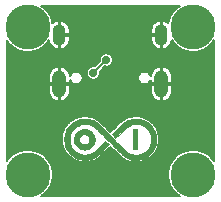
<source format=gbr>
%TF.GenerationSoftware,KiCad,Pcbnew,(5.1.10)-1*%
%TF.CreationDate,2021-07-01T01:20:01+08:00*%
%TF.ProjectId,u1,75312e6b-6963-4616-945f-706362585858,rev?*%
%TF.SameCoordinates,Original*%
%TF.FileFunction,Copper,L2,Bot*%
%TF.FilePolarity,Positive*%
%FSLAX46Y46*%
G04 Gerber Fmt 4.6, Leading zero omitted, Abs format (unit mm)*
G04 Created by KiCad (PCBNEW (5.1.10)-1) date 2021-07-01 01:20:01*
%MOMM*%
%LPD*%
G01*
G04 APERTURE LIST*
%TA.AperFunction,EtchedComponent*%
%ADD10C,0.010000*%
%TD*%
%TA.AperFunction,EtchedComponent*%
%ADD11C,0.100000*%
%TD*%
%TA.AperFunction,ComponentPad*%
%ADD12O,1.200000X2.300000*%
%TD*%
%TA.AperFunction,ComponentPad*%
%ADD13O,1.100000X1.800000*%
%TD*%
%TA.AperFunction,ComponentPad*%
%ADD14C,3.800000*%
%TD*%
%TA.AperFunction,ViaPad*%
%ADD15C,0.700000*%
%TD*%
%TA.AperFunction,Conductor*%
%ADD16C,0.200000*%
%TD*%
%TA.AperFunction,Conductor*%
%ADD17C,0.127000*%
%TD*%
%TA.AperFunction,Conductor*%
%ADD18C,0.100000*%
%TD*%
G04 APERTURE END LIST*
D10*
%TO.C,G\u002A\u002A\u002A*%
G36*
X106725344Y-100637122D02*
G01*
X106623673Y-100649320D01*
X106526958Y-100675134D01*
X106431137Y-100714291D01*
X106306755Y-100784833D01*
X106197823Y-100872105D01*
X106105448Y-100974813D01*
X106030739Y-101091660D01*
X105974802Y-101221351D01*
X105961481Y-101263838D01*
X105942931Y-101354400D01*
X105934132Y-101457180D01*
X105935086Y-101563464D01*
X105945791Y-101664540D01*
X105961481Y-101736161D01*
X106010392Y-101866124D01*
X106078386Y-101985340D01*
X106163432Y-102091888D01*
X106263501Y-102183843D01*
X106376562Y-102259282D01*
X106500585Y-102316282D01*
X106606598Y-102347372D01*
X106678517Y-102358489D01*
X106762949Y-102363898D01*
X106850644Y-102363563D01*
X106932358Y-102357450D01*
X106985319Y-102348797D01*
X107115786Y-102308520D01*
X107237617Y-102248220D01*
X107348594Y-102170021D01*
X107446502Y-102076043D01*
X107529125Y-101968410D01*
X107594247Y-101849244D01*
X107639122Y-101722674D01*
X107656134Y-101631464D01*
X107663530Y-101528514D01*
X107662930Y-101500000D01*
X107227773Y-101500000D01*
X107226906Y-101555525D01*
X107223312Y-101596127D01*
X107215505Y-101629939D01*
X107201997Y-101665096D01*
X107194590Y-101681522D01*
X107147699Y-101758236D01*
X107083994Y-101826388D01*
X107008721Y-101881583D01*
X106927124Y-101919427D01*
X106901793Y-101926842D01*
X106867692Y-101931923D01*
X106821001Y-101934541D01*
X106774563Y-101934202D01*
X106723853Y-101930007D01*
X106680964Y-101920448D01*
X106635286Y-101902646D01*
X106604892Y-101888181D01*
X106521677Y-101835598D01*
X106455714Y-101770545D01*
X106406993Y-101695890D01*
X106375507Y-101614502D01*
X106361245Y-101529249D01*
X106364201Y-101442999D01*
X106384364Y-101358621D01*
X106421726Y-101278983D01*
X106476278Y-101206954D01*
X106548012Y-101145402D01*
X106607269Y-101110663D01*
X106651839Y-101089488D01*
X106686332Y-101076578D01*
X106719666Y-101069928D01*
X106760757Y-101067531D01*
X106800032Y-101067314D01*
X106855710Y-101068565D01*
X106896821Y-101073009D01*
X106931827Y-101082187D01*
X106969193Y-101097640D01*
X106970917Y-101098439D01*
X107046852Y-101144113D01*
X107115528Y-101205090D01*
X107170826Y-101275347D01*
X107194590Y-101318478D01*
X107210820Y-101356483D01*
X107220750Y-101389860D01*
X107225866Y-101426741D01*
X107227656Y-101475261D01*
X107227773Y-101500000D01*
X107662930Y-101500000D01*
X107661309Y-101423073D01*
X107649473Y-101324395D01*
X107639122Y-101277326D01*
X107600148Y-101162022D01*
X107546305Y-101058066D01*
X107474586Y-100960355D01*
X107412849Y-100893655D01*
X107314307Y-100804909D01*
X107215720Y-100736988D01*
X107112873Y-100688006D01*
X107001554Y-100656078D01*
X106877549Y-100639317D01*
X106839729Y-100637073D01*
X106725344Y-100637122D01*
G37*
X106725344Y-100637122D02*
X106623673Y-100649320D01*
X106526958Y-100675134D01*
X106431137Y-100714291D01*
X106306755Y-100784833D01*
X106197823Y-100872105D01*
X106105448Y-100974813D01*
X106030739Y-101091660D01*
X105974802Y-101221351D01*
X105961481Y-101263838D01*
X105942931Y-101354400D01*
X105934132Y-101457180D01*
X105935086Y-101563464D01*
X105945791Y-101664540D01*
X105961481Y-101736161D01*
X106010392Y-101866124D01*
X106078386Y-101985340D01*
X106163432Y-102091888D01*
X106263501Y-102183843D01*
X106376562Y-102259282D01*
X106500585Y-102316282D01*
X106606598Y-102347372D01*
X106678517Y-102358489D01*
X106762949Y-102363898D01*
X106850644Y-102363563D01*
X106932358Y-102357450D01*
X106985319Y-102348797D01*
X107115786Y-102308520D01*
X107237617Y-102248220D01*
X107348594Y-102170021D01*
X107446502Y-102076043D01*
X107529125Y-101968410D01*
X107594247Y-101849244D01*
X107639122Y-101722674D01*
X107656134Y-101631464D01*
X107663530Y-101528514D01*
X107662930Y-101500000D01*
X107227773Y-101500000D01*
X107226906Y-101555525D01*
X107223312Y-101596127D01*
X107215505Y-101629939D01*
X107201997Y-101665096D01*
X107194590Y-101681522D01*
X107147699Y-101758236D01*
X107083994Y-101826388D01*
X107008721Y-101881583D01*
X106927124Y-101919427D01*
X106901793Y-101926842D01*
X106867692Y-101931923D01*
X106821001Y-101934541D01*
X106774563Y-101934202D01*
X106723853Y-101930007D01*
X106680964Y-101920448D01*
X106635286Y-101902646D01*
X106604892Y-101888181D01*
X106521677Y-101835598D01*
X106455714Y-101770545D01*
X106406993Y-101695890D01*
X106375507Y-101614502D01*
X106361245Y-101529249D01*
X106364201Y-101442999D01*
X106384364Y-101358621D01*
X106421726Y-101278983D01*
X106476278Y-101206954D01*
X106548012Y-101145402D01*
X106607269Y-101110663D01*
X106651839Y-101089488D01*
X106686332Y-101076578D01*
X106719666Y-101069928D01*
X106760757Y-101067531D01*
X106800032Y-101067314D01*
X106855710Y-101068565D01*
X106896821Y-101073009D01*
X106931827Y-101082187D01*
X106969193Y-101097640D01*
X106970917Y-101098439D01*
X107046852Y-101144113D01*
X107115528Y-101205090D01*
X107170826Y-101275347D01*
X107194590Y-101318478D01*
X107210820Y-101356483D01*
X107220750Y-101389860D01*
X107225866Y-101426741D01*
X107227656Y-101475261D01*
X107227773Y-101500000D01*
X107662930Y-101500000D01*
X107661309Y-101423073D01*
X107649473Y-101324395D01*
X107639122Y-101277326D01*
X107600148Y-101162022D01*
X107546305Y-101058066D01*
X107474586Y-100960355D01*
X107412849Y-100893655D01*
X107314307Y-100804909D01*
X107215720Y-100736988D01*
X107112873Y-100688006D01*
X107001554Y-100656078D01*
X106877549Y-100639317D01*
X106839729Y-100637073D01*
X106725344Y-100637122D01*
G36*
X111011067Y-99766681D02*
G01*
X110826497Y-99792614D01*
X110648454Y-99835541D01*
X110481125Y-99894248D01*
X110339273Y-99961679D01*
X110292174Y-99987874D01*
X110248848Y-100013327D01*
X110207549Y-100039538D01*
X110166531Y-100068010D01*
X110124049Y-100100244D01*
X110078357Y-100137742D01*
X110027709Y-100182006D01*
X109970360Y-100234537D01*
X109904564Y-100296838D01*
X109828576Y-100370410D01*
X109740649Y-100456754D01*
X109639039Y-100557372D01*
X109588819Y-100607277D01*
X109121228Y-101072261D01*
X109274064Y-101225321D01*
X109426899Y-101378381D01*
X109874427Y-100932965D01*
X109960999Y-100847207D01*
X110044834Y-100764935D01*
X110124116Y-100687878D01*
X110197029Y-100617765D01*
X110261758Y-100556329D01*
X110316487Y-100505297D01*
X110359400Y-100466401D01*
X110388682Y-100441369D01*
X110397000Y-100435039D01*
X110547628Y-100342609D01*
X110703625Y-100272560D01*
X110865793Y-100224636D01*
X111034934Y-100198584D01*
X111159001Y-100193225D01*
X111332645Y-100204438D01*
X111500555Y-100237558D01*
X111661105Y-100291806D01*
X111812669Y-100366402D01*
X111953621Y-100460567D01*
X112082336Y-100573521D01*
X112180046Y-100682648D01*
X112239446Y-100766101D01*
X112297731Y-100865006D01*
X112351130Y-100971876D01*
X112395875Y-101079225D01*
X112425877Y-101170954D01*
X112437311Y-101214154D01*
X112445627Y-101251497D01*
X112451316Y-101288071D01*
X112454870Y-101328959D01*
X112456779Y-101379247D01*
X112457534Y-101444019D01*
X112457639Y-101500000D01*
X112457395Y-101577774D01*
X112456337Y-101637544D01*
X112453974Y-101684395D01*
X112449815Y-101723413D01*
X112443369Y-101759682D01*
X112434145Y-101798287D01*
X112425877Y-101829045D01*
X112392274Y-101930330D01*
X112346589Y-102037944D01*
X112292592Y-102144400D01*
X112234051Y-102242213D01*
X112180046Y-102317351D01*
X112067233Y-102441859D01*
X111942570Y-102547753D01*
X111802837Y-102637638D01*
X111749129Y-102666125D01*
X111600007Y-102731434D01*
X111451408Y-102775746D01*
X111297867Y-102800363D01*
X111159000Y-102806774D01*
X110984564Y-102796031D01*
X110817673Y-102763623D01*
X110657471Y-102709276D01*
X110503101Y-102632719D01*
X110397000Y-102565034D01*
X110378301Y-102549484D01*
X110343951Y-102518144D01*
X110294563Y-102471616D01*
X110230751Y-102410501D01*
X110153130Y-102335399D01*
X110062312Y-102246911D01*
X109958913Y-102145639D01*
X109843544Y-102032183D01*
X109716821Y-101907144D01*
X109579357Y-101771123D01*
X109431765Y-101624722D01*
X109274660Y-101468540D01*
X109132773Y-101327223D01*
X108966016Y-101161007D01*
X108814714Y-101010252D01*
X108677965Y-100874121D01*
X108554865Y-100751777D01*
X108444513Y-100642382D01*
X108346006Y-100545100D01*
X108258442Y-100459094D01*
X108180918Y-100383525D01*
X108112532Y-100317558D01*
X108052382Y-100260354D01*
X107999564Y-100211077D01*
X107953177Y-100168890D01*
X107912318Y-100132956D01*
X107876085Y-100102437D01*
X107843576Y-100076496D01*
X107813887Y-100054296D01*
X107786116Y-100035000D01*
X107759362Y-100017772D01*
X107732721Y-100001772D01*
X107705292Y-99986166D01*
X107676171Y-99970115D01*
X107660728Y-99961679D01*
X107504602Y-99888295D01*
X107335550Y-99830447D01*
X107158604Y-99789160D01*
X106978801Y-99765459D01*
X106801174Y-99760371D01*
X106701509Y-99766316D01*
X106542504Y-99786479D01*
X106398586Y-99816273D01*
X106263094Y-99857578D01*
X106129364Y-99912272D01*
X106053338Y-99949157D01*
X105901806Y-100035450D01*
X105764497Y-100133561D01*
X105634318Y-100248659D01*
X105611753Y-100270919D01*
X105479221Y-100418387D01*
X105367344Y-100575175D01*
X105274868Y-100743317D01*
X105200538Y-100924845D01*
X105191279Y-100952135D01*
X105155021Y-101072802D01*
X105129666Y-101185713D01*
X105113898Y-101299253D01*
X105106402Y-101421807D01*
X105105325Y-101500000D01*
X105108643Y-101631583D01*
X105119472Y-101749308D01*
X105139127Y-101861559D01*
X105168926Y-101976722D01*
X105191279Y-102047864D01*
X105263106Y-102231482D01*
X105352899Y-102401421D01*
X105461912Y-102559715D01*
X105591401Y-102708396D01*
X105611753Y-102729080D01*
X105760002Y-102861720D01*
X105920332Y-102975550D01*
X106091012Y-103069934D01*
X106270310Y-103144239D01*
X106456495Y-103197831D01*
X106647836Y-103230076D01*
X106842600Y-103240340D01*
X106988934Y-103233318D01*
X107173504Y-103207385D01*
X107351547Y-103164458D01*
X107518876Y-103105751D01*
X107660728Y-103038320D01*
X107707827Y-103012125D01*
X107751153Y-102986673D01*
X107792452Y-102960461D01*
X107833470Y-102931989D01*
X107875952Y-102899755D01*
X107921644Y-102862257D01*
X107972292Y-102817993D01*
X108029641Y-102765462D01*
X108095437Y-102703161D01*
X108171425Y-102629590D01*
X108259352Y-102543245D01*
X108360962Y-102442627D01*
X108411182Y-102392723D01*
X108878773Y-101927738D01*
X108725935Y-101774676D01*
X108573097Y-101621615D01*
X108119799Y-102073375D01*
X108013035Y-102179545D01*
X107920744Y-102270676D01*
X107841243Y-102348224D01*
X107772847Y-102413647D01*
X107713871Y-102468400D01*
X107662631Y-102513940D01*
X107617442Y-102551724D01*
X107576620Y-102583207D01*
X107538480Y-102609847D01*
X107501337Y-102633099D01*
X107463507Y-102654420D01*
X107424046Y-102674894D01*
X107281647Y-102734369D01*
X107128297Y-102776208D01*
X106968286Y-102800122D01*
X106805904Y-102805822D01*
X106645443Y-102793017D01*
X106491193Y-102761417D01*
X106428312Y-102742139D01*
X106267486Y-102675526D01*
X106117630Y-102589286D01*
X105980694Y-102484777D01*
X105858622Y-102363359D01*
X105819955Y-102317351D01*
X105760555Y-102233898D01*
X105702270Y-102134993D01*
X105648871Y-102028123D01*
X105604126Y-101920774D01*
X105574124Y-101829045D01*
X105562690Y-101785846D01*
X105554374Y-101748502D01*
X105548685Y-101711928D01*
X105545131Y-101671040D01*
X105543222Y-101620752D01*
X105542467Y-101555980D01*
X105542362Y-101500000D01*
X105542606Y-101422226D01*
X105543664Y-101362455D01*
X105546027Y-101315604D01*
X105550186Y-101276586D01*
X105556632Y-101240317D01*
X105565856Y-101201712D01*
X105574124Y-101170954D01*
X105607727Y-101069669D01*
X105653412Y-100962055D01*
X105707409Y-100855599D01*
X105765950Y-100757786D01*
X105819955Y-100682648D01*
X105932768Y-100558140D01*
X106057431Y-100452246D01*
X106197164Y-100362361D01*
X106250872Y-100333875D01*
X106399994Y-100268565D01*
X106548593Y-100224253D01*
X106702134Y-100199637D01*
X106841000Y-100193225D01*
X107015471Y-100203973D01*
X107182398Y-100236396D01*
X107342622Y-100290759D01*
X107496982Y-100367330D01*
X107603000Y-100434988D01*
X107621672Y-100450520D01*
X107655989Y-100481833D01*
X107705332Y-100528320D01*
X107769079Y-100589374D01*
X107846611Y-100664386D01*
X107937307Y-100752750D01*
X108040546Y-100853857D01*
X108155708Y-100967101D01*
X108282172Y-101091873D01*
X108419318Y-101227567D01*
X108566525Y-101373574D01*
X108723173Y-101529288D01*
X108867228Y-101672753D01*
X109034006Y-101838981D01*
X109185329Y-101989747D01*
X109322099Y-102125890D01*
X109445219Y-102248245D01*
X109555590Y-102357651D01*
X109654116Y-102454945D01*
X109741697Y-102540962D01*
X109819238Y-102616542D01*
X109887640Y-102682519D01*
X109947805Y-102739732D01*
X110000635Y-102789017D01*
X110047034Y-102831212D01*
X110087903Y-102867154D01*
X110124144Y-102897679D01*
X110156661Y-102923625D01*
X110186354Y-102945829D01*
X110214127Y-102965128D01*
X110240882Y-102982358D01*
X110267522Y-102998357D01*
X110294947Y-103013963D01*
X110324062Y-103030011D01*
X110339273Y-103038320D01*
X110498138Y-103112906D01*
X110669802Y-103171167D01*
X110849940Y-103212268D01*
X111034224Y-103235373D01*
X111218330Y-103239647D01*
X111339664Y-103231534D01*
X111536558Y-103199364D01*
X111726752Y-103145393D01*
X111908832Y-103070300D01*
X112081384Y-102974760D01*
X112242996Y-102859453D01*
X112388248Y-102729080D01*
X112520780Y-102581612D01*
X112632657Y-102424824D01*
X112725133Y-102256683D01*
X112799463Y-102075154D01*
X112808722Y-102047864D01*
X112844980Y-101927197D01*
X112870335Y-101814286D01*
X112886103Y-101700747D01*
X112893599Y-101578193D01*
X112894676Y-101500000D01*
X112891358Y-101368416D01*
X112880529Y-101250692D01*
X112860874Y-101138440D01*
X112831075Y-101023277D01*
X112808722Y-100952135D01*
X112736895Y-100768517D01*
X112647102Y-100598578D01*
X112538089Y-100440284D01*
X112408600Y-100291603D01*
X112388248Y-100270919D01*
X112239999Y-100138279D01*
X112079669Y-100024449D01*
X111908989Y-99930065D01*
X111729691Y-99855760D01*
X111543506Y-99802168D01*
X111352165Y-99769923D01*
X111157401Y-99759659D01*
X111011067Y-99766681D01*
G37*
X111011067Y-99766681D02*
X110826497Y-99792614D01*
X110648454Y-99835541D01*
X110481125Y-99894248D01*
X110339273Y-99961679D01*
X110292174Y-99987874D01*
X110248848Y-100013327D01*
X110207549Y-100039538D01*
X110166531Y-100068010D01*
X110124049Y-100100244D01*
X110078357Y-100137742D01*
X110027709Y-100182006D01*
X109970360Y-100234537D01*
X109904564Y-100296838D01*
X109828576Y-100370410D01*
X109740649Y-100456754D01*
X109639039Y-100557372D01*
X109588819Y-100607277D01*
X109121228Y-101072261D01*
X109274064Y-101225321D01*
X109426899Y-101378381D01*
X109874427Y-100932965D01*
X109960999Y-100847207D01*
X110044834Y-100764935D01*
X110124116Y-100687878D01*
X110197029Y-100617765D01*
X110261758Y-100556329D01*
X110316487Y-100505297D01*
X110359400Y-100466401D01*
X110388682Y-100441369D01*
X110397000Y-100435039D01*
X110547628Y-100342609D01*
X110703625Y-100272560D01*
X110865793Y-100224636D01*
X111034934Y-100198584D01*
X111159001Y-100193225D01*
X111332645Y-100204438D01*
X111500555Y-100237558D01*
X111661105Y-100291806D01*
X111812669Y-100366402D01*
X111953621Y-100460567D01*
X112082336Y-100573521D01*
X112180046Y-100682648D01*
X112239446Y-100766101D01*
X112297731Y-100865006D01*
X112351130Y-100971876D01*
X112395875Y-101079225D01*
X112425877Y-101170954D01*
X112437311Y-101214154D01*
X112445627Y-101251497D01*
X112451316Y-101288071D01*
X112454870Y-101328959D01*
X112456779Y-101379247D01*
X112457534Y-101444019D01*
X112457639Y-101500000D01*
X112457395Y-101577774D01*
X112456337Y-101637544D01*
X112453974Y-101684395D01*
X112449815Y-101723413D01*
X112443369Y-101759682D01*
X112434145Y-101798287D01*
X112425877Y-101829045D01*
X112392274Y-101930330D01*
X112346589Y-102037944D01*
X112292592Y-102144400D01*
X112234051Y-102242213D01*
X112180046Y-102317351D01*
X112067233Y-102441859D01*
X111942570Y-102547753D01*
X111802837Y-102637638D01*
X111749129Y-102666125D01*
X111600007Y-102731434D01*
X111451408Y-102775746D01*
X111297867Y-102800363D01*
X111159000Y-102806774D01*
X110984564Y-102796031D01*
X110817673Y-102763623D01*
X110657471Y-102709276D01*
X110503101Y-102632719D01*
X110397000Y-102565034D01*
X110378301Y-102549484D01*
X110343951Y-102518144D01*
X110294563Y-102471616D01*
X110230751Y-102410501D01*
X110153130Y-102335399D01*
X110062312Y-102246911D01*
X109958913Y-102145639D01*
X109843544Y-102032183D01*
X109716821Y-101907144D01*
X109579357Y-101771123D01*
X109431765Y-101624722D01*
X109274660Y-101468540D01*
X109132773Y-101327223D01*
X108966016Y-101161007D01*
X108814714Y-101010252D01*
X108677965Y-100874121D01*
X108554865Y-100751777D01*
X108444513Y-100642382D01*
X108346006Y-100545100D01*
X108258442Y-100459094D01*
X108180918Y-100383525D01*
X108112532Y-100317558D01*
X108052382Y-100260354D01*
X107999564Y-100211077D01*
X107953177Y-100168890D01*
X107912318Y-100132956D01*
X107876085Y-100102437D01*
X107843576Y-100076496D01*
X107813887Y-100054296D01*
X107786116Y-100035000D01*
X107759362Y-100017772D01*
X107732721Y-100001772D01*
X107705292Y-99986166D01*
X107676171Y-99970115D01*
X107660728Y-99961679D01*
X107504602Y-99888295D01*
X107335550Y-99830447D01*
X107158604Y-99789160D01*
X106978801Y-99765459D01*
X106801174Y-99760371D01*
X106701509Y-99766316D01*
X106542504Y-99786479D01*
X106398586Y-99816273D01*
X106263094Y-99857578D01*
X106129364Y-99912272D01*
X106053338Y-99949157D01*
X105901806Y-100035450D01*
X105764497Y-100133561D01*
X105634318Y-100248659D01*
X105611753Y-100270919D01*
X105479221Y-100418387D01*
X105367344Y-100575175D01*
X105274868Y-100743317D01*
X105200538Y-100924845D01*
X105191279Y-100952135D01*
X105155021Y-101072802D01*
X105129666Y-101185713D01*
X105113898Y-101299253D01*
X105106402Y-101421807D01*
X105105325Y-101500000D01*
X105108643Y-101631583D01*
X105119472Y-101749308D01*
X105139127Y-101861559D01*
X105168926Y-101976722D01*
X105191279Y-102047864D01*
X105263106Y-102231482D01*
X105352899Y-102401421D01*
X105461912Y-102559715D01*
X105591401Y-102708396D01*
X105611753Y-102729080D01*
X105760002Y-102861720D01*
X105920332Y-102975550D01*
X106091012Y-103069934D01*
X106270310Y-103144239D01*
X106456495Y-103197831D01*
X106647836Y-103230076D01*
X106842600Y-103240340D01*
X106988934Y-103233318D01*
X107173504Y-103207385D01*
X107351547Y-103164458D01*
X107518876Y-103105751D01*
X107660728Y-103038320D01*
X107707827Y-103012125D01*
X107751153Y-102986673D01*
X107792452Y-102960461D01*
X107833470Y-102931989D01*
X107875952Y-102899755D01*
X107921644Y-102862257D01*
X107972292Y-102817993D01*
X108029641Y-102765462D01*
X108095437Y-102703161D01*
X108171425Y-102629590D01*
X108259352Y-102543245D01*
X108360962Y-102442627D01*
X108411182Y-102392723D01*
X108878773Y-101927738D01*
X108725935Y-101774676D01*
X108573097Y-101621615D01*
X108119799Y-102073375D01*
X108013035Y-102179545D01*
X107920744Y-102270676D01*
X107841243Y-102348224D01*
X107772847Y-102413647D01*
X107713871Y-102468400D01*
X107662631Y-102513940D01*
X107617442Y-102551724D01*
X107576620Y-102583207D01*
X107538480Y-102609847D01*
X107501337Y-102633099D01*
X107463507Y-102654420D01*
X107424046Y-102674894D01*
X107281647Y-102734369D01*
X107128297Y-102776208D01*
X106968286Y-102800122D01*
X106805904Y-102805822D01*
X106645443Y-102793017D01*
X106491193Y-102761417D01*
X106428312Y-102742139D01*
X106267486Y-102675526D01*
X106117630Y-102589286D01*
X105980694Y-102484777D01*
X105858622Y-102363359D01*
X105819955Y-102317351D01*
X105760555Y-102233898D01*
X105702270Y-102134993D01*
X105648871Y-102028123D01*
X105604126Y-101920774D01*
X105574124Y-101829045D01*
X105562690Y-101785846D01*
X105554374Y-101748502D01*
X105548685Y-101711928D01*
X105545131Y-101671040D01*
X105543222Y-101620752D01*
X105542467Y-101555980D01*
X105542362Y-101500000D01*
X105542606Y-101422226D01*
X105543664Y-101362455D01*
X105546027Y-101315604D01*
X105550186Y-101276586D01*
X105556632Y-101240317D01*
X105565856Y-101201712D01*
X105574124Y-101170954D01*
X105607727Y-101069669D01*
X105653412Y-100962055D01*
X105707409Y-100855599D01*
X105765950Y-100757786D01*
X105819955Y-100682648D01*
X105932768Y-100558140D01*
X106057431Y-100452246D01*
X106197164Y-100362361D01*
X106250872Y-100333875D01*
X106399994Y-100268565D01*
X106548593Y-100224253D01*
X106702134Y-100199637D01*
X106841000Y-100193225D01*
X107015471Y-100203973D01*
X107182398Y-100236396D01*
X107342622Y-100290759D01*
X107496982Y-100367330D01*
X107603000Y-100434988D01*
X107621672Y-100450520D01*
X107655989Y-100481833D01*
X107705332Y-100528320D01*
X107769079Y-100589374D01*
X107846611Y-100664386D01*
X107937307Y-100752750D01*
X108040546Y-100853857D01*
X108155708Y-100967101D01*
X108282172Y-101091873D01*
X108419318Y-101227567D01*
X108566525Y-101373574D01*
X108723173Y-101529288D01*
X108867228Y-101672753D01*
X109034006Y-101838981D01*
X109185329Y-101989747D01*
X109322099Y-102125890D01*
X109445219Y-102248245D01*
X109555590Y-102357651D01*
X109654116Y-102454945D01*
X109741697Y-102540962D01*
X109819238Y-102616542D01*
X109887640Y-102682519D01*
X109947805Y-102739732D01*
X110000635Y-102789017D01*
X110047034Y-102831212D01*
X110087903Y-102867154D01*
X110124144Y-102897679D01*
X110156661Y-102923625D01*
X110186354Y-102945829D01*
X110214127Y-102965128D01*
X110240882Y-102982358D01*
X110267522Y-102998357D01*
X110294947Y-103013963D01*
X110324062Y-103030011D01*
X110339273Y-103038320D01*
X110498138Y-103112906D01*
X110669802Y-103171167D01*
X110849940Y-103212268D01*
X111034224Y-103235373D01*
X111218330Y-103239647D01*
X111339664Y-103231534D01*
X111536558Y-103199364D01*
X111726752Y-103145393D01*
X111908832Y-103070300D01*
X112081384Y-102974760D01*
X112242996Y-102859453D01*
X112388248Y-102729080D01*
X112520780Y-102581612D01*
X112632657Y-102424824D01*
X112725133Y-102256683D01*
X112799463Y-102075154D01*
X112808722Y-102047864D01*
X112844980Y-101927197D01*
X112870335Y-101814286D01*
X112886103Y-101700747D01*
X112893599Y-101578193D01*
X112894676Y-101500000D01*
X112891358Y-101368416D01*
X112880529Y-101250692D01*
X112860874Y-101138440D01*
X112831075Y-101023277D01*
X112808722Y-100952135D01*
X112736895Y-100768517D01*
X112647102Y-100598578D01*
X112538089Y-100440284D01*
X112408600Y-100291603D01*
X112388248Y-100270919D01*
X112239999Y-100138279D01*
X112079669Y-100024449D01*
X111908989Y-99930065D01*
X111729691Y-99855760D01*
X111543506Y-99802168D01*
X111352165Y-99769923D01*
X111157401Y-99759659D01*
X111011067Y-99766681D01*
D11*
G36*
X110939637Y-102365909D02*
G01*
X111378364Y-102365909D01*
X111378364Y-100634091D01*
X110939637Y-100634091D01*
X110939637Y-102365909D01*
G37*
%TD*%
D12*
%TO.P,J1,S1*%
%TO.N,GND*%
X104680000Y-96830000D03*
X113320000Y-96830000D03*
D13*
X113320000Y-92650000D03*
X104680000Y-92650000D03*
%TD*%
D14*
%TO.P,REF\u002A\u002A,1*%
%TO.N,N/C*%
X116000000Y-104500000D03*
%TD*%
%TO.P,REF\u002A\u002A,1*%
%TO.N,N/C*%
X102000000Y-104500000D03*
%TD*%
%TO.P,REF\u002A\u002A,1*%
%TO.N,N/C*%
X116000000Y-92000000D03*
%TD*%
%TO.P,REF\u002A\u002A,1*%
%TO.N,N/C*%
X102000000Y-92000000D03*
%TD*%
D15*
%TO.N,DN*%
X107560000Y-95880000D03*
X108660000Y-94780000D03*
%TD*%
D16*
%TO.N,DN*%
X108660000Y-94780000D02*
X107560000Y-95880000D01*
%TD*%
D17*
%TO.N,GND*%
X114652722Y-90358338D02*
X114358338Y-90652722D01*
X114127041Y-90998882D01*
X113967721Y-91383515D01*
X113911550Y-91665905D01*
X113888514Y-91641683D01*
X113749159Y-91543421D01*
X113593312Y-91474234D01*
X113518061Y-91455412D01*
X113383500Y-91514437D01*
X113383500Y-92586500D01*
X113403500Y-92586500D01*
X113403500Y-92713500D01*
X113383500Y-92713500D01*
X113383500Y-93785563D01*
X113518061Y-93844588D01*
X113593312Y-93825766D01*
X113749159Y-93756579D01*
X113888514Y-93658317D01*
X114006021Y-93534756D01*
X114097165Y-93390645D01*
X114158443Y-93231521D01*
X114183639Y-93085823D01*
X114358338Y-93347278D01*
X114652722Y-93641662D01*
X114998882Y-93872959D01*
X115383515Y-94032279D01*
X115791838Y-94113500D01*
X116208162Y-94113500D01*
X116616485Y-94032279D01*
X117001118Y-93872959D01*
X117347278Y-93641662D01*
X117641662Y-93347278D01*
X117784501Y-93133505D01*
X117784500Y-103366494D01*
X117641662Y-103152722D01*
X117347278Y-102858338D01*
X117001118Y-102627041D01*
X116616485Y-102467721D01*
X116208162Y-102386500D01*
X115791838Y-102386500D01*
X115383515Y-102467721D01*
X114998882Y-102627041D01*
X114652722Y-102858338D01*
X114358338Y-103152722D01*
X114127041Y-103498882D01*
X113967721Y-103883515D01*
X113886500Y-104291838D01*
X113886500Y-104708162D01*
X113967721Y-105116485D01*
X114127041Y-105501118D01*
X114358338Y-105847278D01*
X114652722Y-106141662D01*
X114866494Y-106284500D01*
X103133506Y-106284500D01*
X103347278Y-106141662D01*
X103641662Y-105847278D01*
X103872959Y-105501118D01*
X104032279Y-105116485D01*
X104113500Y-104708162D01*
X104113500Y-104291838D01*
X104032279Y-103883515D01*
X103872959Y-103498882D01*
X103641662Y-103152722D01*
X103347278Y-102858338D01*
X103001118Y-102627041D01*
X102616485Y-102467721D01*
X102208162Y-102386500D01*
X101791838Y-102386500D01*
X101383515Y-102467721D01*
X100998882Y-102627041D01*
X100652722Y-102858338D01*
X100358338Y-103152722D01*
X100215500Y-103366494D01*
X100215500Y-101502457D01*
X104886839Y-101502457D01*
X104886894Y-101505508D01*
X104890212Y-101637091D01*
X104890918Y-101642804D01*
X104890803Y-101648557D01*
X104891062Y-101651597D01*
X104901891Y-101769322D01*
X104903285Y-101776590D01*
X104903741Y-101783985D01*
X104904246Y-101786994D01*
X104923901Y-101899245D01*
X104925833Y-101906197D01*
X104926850Y-101913335D01*
X104927594Y-101916294D01*
X104957393Y-102031457D01*
X104958796Y-102035290D01*
X104959579Y-102039301D01*
X104960473Y-102042218D01*
X104982826Y-102113360D01*
X104985162Y-102118851D01*
X104986702Y-102124614D01*
X104987794Y-102127463D01*
X105059621Y-102311081D01*
X105064538Y-102320747D01*
X105068509Y-102330853D01*
X105069916Y-102333560D01*
X105159709Y-102503499D01*
X105165917Y-102512896D01*
X105171231Y-102522826D01*
X105172945Y-102525351D01*
X105281958Y-102683645D01*
X105288968Y-102691953D01*
X105295153Y-102700902D01*
X105297141Y-102703217D01*
X105426630Y-102851898D01*
X105430360Y-102855419D01*
X105433528Y-102859454D01*
X105435653Y-102861644D01*
X105456005Y-102882328D01*
X105460180Y-102885815D01*
X105463801Y-102889867D01*
X105466061Y-102891917D01*
X105614310Y-103024557D01*
X105622998Y-103030920D01*
X105631035Y-103038100D01*
X105633511Y-103039883D01*
X105793841Y-103153713D01*
X105803162Y-103159046D01*
X105811935Y-103165267D01*
X105814594Y-103166761D01*
X105985274Y-103261145D01*
X105995142Y-103265403D01*
X106004549Y-103270599D01*
X106007360Y-103271787D01*
X106186658Y-103346092D01*
X106196979Y-103349230D01*
X106206944Y-103353349D01*
X106209870Y-103354214D01*
X106396056Y-103407806D01*
X106406739Y-103409778D01*
X106417180Y-103412765D01*
X106420185Y-103413293D01*
X106611526Y-103445538D01*
X106622465Y-103446296D01*
X106633291Y-103448092D01*
X106636337Y-103448273D01*
X106831101Y-103458537D01*
X106840564Y-103458110D01*
X106850024Y-103458714D01*
X106853073Y-103458589D01*
X106999407Y-103451567D01*
X107007817Y-103450333D01*
X107016311Y-103450096D01*
X107019336Y-103449693D01*
X107203906Y-103423760D01*
X107212736Y-103421624D01*
X107221747Y-103420493D01*
X107224718Y-103419798D01*
X107402761Y-103376871D01*
X107411733Y-103373755D01*
X107420998Y-103371627D01*
X107423884Y-103370636D01*
X107591213Y-103311929D01*
X107600368Y-103307673D01*
X107609919Y-103304380D01*
X107612683Y-103303089D01*
X107754535Y-103235659D01*
X107759217Y-103232843D01*
X107764254Y-103230738D01*
X107766930Y-103229274D01*
X107814029Y-103203079D01*
X107814897Y-103202478D01*
X107815860Y-103202049D01*
X107818501Y-103200522D01*
X107861828Y-103175070D01*
X107863640Y-103173752D01*
X107865653Y-103172770D01*
X107868240Y-103171153D01*
X107909539Y-103144941D01*
X107911893Y-103143102D01*
X107914528Y-103141679D01*
X107917046Y-103139956D01*
X107958064Y-103111485D01*
X107960432Y-103109472D01*
X107963102Y-103107881D01*
X107965545Y-103106054D01*
X108008027Y-103073820D01*
X108009972Y-103072020D01*
X108012194Y-103070578D01*
X108014566Y-103068659D01*
X108060258Y-103031161D01*
X108061582Y-103029839D01*
X108063119Y-103028772D01*
X108065430Y-103026780D01*
X108116078Y-102982516D01*
X108116782Y-102981767D01*
X108117614Y-102981161D01*
X108119878Y-102979116D01*
X108177228Y-102926584D01*
X108177414Y-102926377D01*
X108177643Y-102926204D01*
X108179872Y-102924121D01*
X108245668Y-102861820D01*
X108245687Y-102861798D01*
X108247423Y-102860140D01*
X108323411Y-102786569D01*
X108323444Y-102786530D01*
X108324519Y-102785489D01*
X108412446Y-102699144D01*
X108412474Y-102699110D01*
X108413095Y-102698504D01*
X108514705Y-102597886D01*
X108514720Y-102597867D01*
X108514976Y-102597617D01*
X108565197Y-102547712D01*
X108565202Y-102547706D01*
X108565252Y-102547657D01*
X109000901Y-102114436D01*
X109031112Y-102144535D01*
X109031120Y-102144542D01*
X109031182Y-102144604D01*
X109167951Y-102280747D01*
X109167956Y-102280751D01*
X109168078Y-102280874D01*
X109291198Y-102403229D01*
X109291214Y-102403242D01*
X109291396Y-102403425D01*
X109401767Y-102512831D01*
X109401785Y-102512846D01*
X109402062Y-102513123D01*
X109500588Y-102610417D01*
X109500615Y-102610439D01*
X109501011Y-102610833D01*
X109588592Y-102696850D01*
X109588620Y-102696873D01*
X109589185Y-102697431D01*
X109666727Y-102773011D01*
X109666766Y-102773042D01*
X109667548Y-102773807D01*
X109735950Y-102839785D01*
X109735995Y-102839820D01*
X109737070Y-102840857D01*
X109797235Y-102898070D01*
X109797271Y-102898098D01*
X109798756Y-102899502D01*
X109851383Y-102948598D01*
X109851386Y-102948601D01*
X109851439Y-102948650D01*
X109851586Y-102948787D01*
X109851596Y-102948795D01*
X109853629Y-102950669D01*
X109900028Y-102992865D01*
X109900263Y-102993040D01*
X109900461Y-102993258D01*
X109902738Y-102995288D01*
X109943607Y-103031230D01*
X109944263Y-103031702D01*
X109944822Y-103032291D01*
X109947142Y-103034273D01*
X109983383Y-103064798D01*
X109984518Y-103065578D01*
X109985493Y-103066553D01*
X109987865Y-103068472D01*
X110020382Y-103094418D01*
X110021982Y-103095457D01*
X110023378Y-103096767D01*
X110025809Y-103098611D01*
X110055502Y-103120815D01*
X110057457Y-103121999D01*
X110059176Y-103123503D01*
X110061669Y-103125261D01*
X110089442Y-103144560D01*
X110091467Y-103145692D01*
X110093270Y-103147161D01*
X110095824Y-103148831D01*
X110122579Y-103166061D01*
X110124270Y-103166929D01*
X110125782Y-103168085D01*
X110128387Y-103169674D01*
X110155027Y-103185673D01*
X110155971Y-103186121D01*
X110156816Y-103186736D01*
X110159457Y-103188263D01*
X110186882Y-103203869D01*
X110186892Y-103203874D01*
X110189472Y-103205320D01*
X110218588Y-103221368D01*
X110218626Y-103221384D01*
X110219315Y-103221767D01*
X110234526Y-103230076D01*
X110239267Y-103232093D01*
X110243661Y-103234791D01*
X110246414Y-103236106D01*
X110405279Y-103310692D01*
X110415350Y-103314268D01*
X110425033Y-103318814D01*
X110427915Y-103319814D01*
X110599579Y-103378075D01*
X110609046Y-103380286D01*
X110618227Y-103383493D01*
X110621197Y-103384192D01*
X110801335Y-103425293D01*
X110810625Y-103426475D01*
X110819733Y-103428670D01*
X110822758Y-103429071D01*
X111007042Y-103452176D01*
X111016619Y-103452435D01*
X111026103Y-103453722D01*
X111029153Y-103453814D01*
X111213259Y-103458088D01*
X111221548Y-103457469D01*
X111229862Y-103457843D01*
X111232907Y-103457660D01*
X111354242Y-103449547D01*
X111363004Y-103448093D01*
X111371883Y-103447646D01*
X111374897Y-103447175D01*
X111571791Y-103415005D01*
X111582424Y-103412180D01*
X111593265Y-103410377D01*
X111596206Y-103409565D01*
X111786400Y-103355594D01*
X111796644Y-103351571D01*
X111807230Y-103348533D01*
X111810059Y-103347389D01*
X111992139Y-103272296D01*
X112001845Y-103267133D01*
X112011993Y-103262914D01*
X112014672Y-103261455D01*
X112187224Y-103165915D01*
X112196236Y-103159705D01*
X112205794Y-103154383D01*
X112208290Y-103152628D01*
X112369902Y-103037321D01*
X112377957Y-103030293D01*
X112386661Y-103024082D01*
X112388946Y-103022060D01*
X112534198Y-102891687D01*
X112541090Y-102884164D01*
X112548706Y-102877389D01*
X112550761Y-102875134D01*
X112683293Y-102727666D01*
X112689667Y-102719004D01*
X112696853Y-102710998D01*
X112698642Y-102708527D01*
X112810519Y-102551738D01*
X112816130Y-102541984D01*
X112822622Y-102532785D01*
X112824111Y-102530122D01*
X112916587Y-102361981D01*
X112920905Y-102351912D01*
X112926163Y-102342295D01*
X112927338Y-102339479D01*
X113001668Y-102157951D01*
X113003162Y-102152960D01*
X113005378Y-102148239D01*
X113006378Y-102145357D01*
X113015637Y-102118066D01*
X113016166Y-102115801D01*
X113017081Y-102113658D01*
X113017979Y-102110742D01*
X113054237Y-101990074D01*
X113055441Y-101983951D01*
X113057482Y-101978043D01*
X113058171Y-101975071D01*
X113083526Y-101862159D01*
X113084453Y-101854670D01*
X113086317Y-101847361D01*
X113086758Y-101844342D01*
X113102526Y-101730803D01*
X113102803Y-101723919D01*
X113103988Y-101717131D01*
X113104195Y-101714087D01*
X113111691Y-101591533D01*
X113111557Y-101587882D01*
X113112015Y-101584253D01*
X113112078Y-101581202D01*
X113113155Y-101503010D01*
X113112925Y-101500276D01*
X113113162Y-101497543D01*
X113113107Y-101494492D01*
X113109789Y-101362908D01*
X113109083Y-101357195D01*
X113109198Y-101351442D01*
X113108939Y-101348401D01*
X113098110Y-101230677D01*
X113096716Y-101223408D01*
X113096260Y-101216016D01*
X113095755Y-101213007D01*
X113076100Y-101100755D01*
X113074168Y-101093804D01*
X113073151Y-101086664D01*
X113072407Y-101083705D01*
X113042608Y-100968542D01*
X113041205Y-100964709D01*
X113040422Y-100960698D01*
X113039528Y-100957781D01*
X113017175Y-100886639D01*
X113014839Y-100881146D01*
X113013299Y-100875386D01*
X113012208Y-100872537D01*
X112940380Y-100688918D01*
X112935459Y-100679245D01*
X112931491Y-100669146D01*
X112930085Y-100666439D01*
X112840292Y-100496500D01*
X112834084Y-100487103D01*
X112828770Y-100477173D01*
X112827056Y-100474648D01*
X112718043Y-100316354D01*
X112711032Y-100308044D01*
X112704847Y-100299096D01*
X112702860Y-100296782D01*
X112573371Y-100148101D01*
X112569641Y-100144581D01*
X112566473Y-100140545D01*
X112564348Y-100138355D01*
X112543996Y-100117671D01*
X112539821Y-100114184D01*
X112536200Y-100110132D01*
X112533940Y-100108082D01*
X112385691Y-99975442D01*
X112377003Y-99969079D01*
X112368966Y-99961899D01*
X112366490Y-99960116D01*
X112206160Y-99846286D01*
X112196839Y-99840953D01*
X112188066Y-99834732D01*
X112185406Y-99833237D01*
X112014727Y-99738854D01*
X112004860Y-99734596D01*
X111995452Y-99729400D01*
X111992641Y-99728212D01*
X111813343Y-99653907D01*
X111803023Y-99650770D01*
X111793057Y-99646650D01*
X111790131Y-99645786D01*
X111603946Y-99592193D01*
X111593260Y-99590221D01*
X111582821Y-99587234D01*
X111579816Y-99586706D01*
X111388475Y-99554461D01*
X111377534Y-99553703D01*
X111366709Y-99551907D01*
X111363664Y-99551726D01*
X111168900Y-99541462D01*
X111159436Y-99541889D01*
X111149976Y-99541285D01*
X111146928Y-99541410D01*
X111000594Y-99548432D01*
X110992184Y-99549666D01*
X110983690Y-99549903D01*
X110980665Y-99550306D01*
X110796095Y-99576239D01*
X110787265Y-99578375D01*
X110778254Y-99579506D01*
X110775283Y-99580201D01*
X110597240Y-99623128D01*
X110588268Y-99626244D01*
X110579003Y-99628372D01*
X110576117Y-99629362D01*
X110408788Y-99688070D01*
X110399632Y-99692326D01*
X110390082Y-99695619D01*
X110387317Y-99696910D01*
X110245466Y-99764341D01*
X110240789Y-99767154D01*
X110235747Y-99769261D01*
X110233070Y-99770726D01*
X110185972Y-99796920D01*
X110185103Y-99797521D01*
X110184137Y-99797952D01*
X110181496Y-99799479D01*
X110138170Y-99824932D01*
X110136362Y-99826247D01*
X110134351Y-99827228D01*
X110131764Y-99828845D01*
X110090465Y-99855056D01*
X110088109Y-99856897D01*
X110085473Y-99858320D01*
X110082955Y-99860043D01*
X110041937Y-99888515D01*
X110039570Y-99890527D01*
X110036900Y-99892118D01*
X110034456Y-99893945D01*
X109991974Y-99926179D01*
X109990029Y-99927980D01*
X109987807Y-99929421D01*
X109985435Y-99931340D01*
X109939743Y-99968838D01*
X109938420Y-99970159D01*
X109936883Y-99971226D01*
X109934572Y-99973218D01*
X109883923Y-100017483D01*
X109883219Y-100018232D01*
X109882387Y-100018838D01*
X109880123Y-100020883D01*
X109822774Y-100073414D01*
X109822587Y-100073622D01*
X109822358Y-100073795D01*
X109820129Y-100075878D01*
X109754333Y-100138179D01*
X109754314Y-100138201D01*
X109752577Y-100139860D01*
X109676589Y-100213432D01*
X109676556Y-100213470D01*
X109675483Y-100214510D01*
X109587556Y-100300854D01*
X109587528Y-100300888D01*
X109586906Y-100301495D01*
X109485296Y-100402113D01*
X109485281Y-100402131D01*
X109485023Y-100402384D01*
X109434803Y-100452289D01*
X109434799Y-100452294D01*
X109434749Y-100452343D01*
X108999120Y-100885544D01*
X108968937Y-100855470D01*
X108968867Y-100855400D01*
X108832118Y-100719269D01*
X108832107Y-100719260D01*
X108831991Y-100719143D01*
X108708891Y-100596799D01*
X108708875Y-100596786D01*
X108708693Y-100596603D01*
X108598342Y-100487208D01*
X108598324Y-100487193D01*
X108598046Y-100486915D01*
X108499539Y-100389634D01*
X108499516Y-100389615D01*
X108499115Y-100389216D01*
X108411552Y-100303211D01*
X108411520Y-100303185D01*
X108410959Y-100302631D01*
X108333435Y-100227062D01*
X108333398Y-100227032D01*
X108332614Y-100226266D01*
X108264228Y-100160299D01*
X108264189Y-100160268D01*
X108263109Y-100159227D01*
X108202959Y-100102022D01*
X108202919Y-100101991D01*
X108201436Y-100100588D01*
X108148822Y-100051501D01*
X108148819Y-100051498D01*
X108148765Y-100051448D01*
X108148619Y-100051312D01*
X108148609Y-100051304D01*
X108146576Y-100049430D01*
X108100188Y-100007243D01*
X108099952Y-100007067D01*
X108099751Y-100006846D01*
X108097474Y-100004815D01*
X108056616Y-99968881D01*
X108055956Y-99968407D01*
X108055400Y-99967820D01*
X108053080Y-99965839D01*
X108016848Y-99935320D01*
X108015716Y-99934542D01*
X108014741Y-99933567D01*
X108012369Y-99931648D01*
X107979860Y-99905707D01*
X107978255Y-99904665D01*
X107976855Y-99903351D01*
X107974424Y-99901507D01*
X107944735Y-99879307D01*
X107942778Y-99878123D01*
X107941058Y-99876617D01*
X107938565Y-99874859D01*
X107910794Y-99855563D01*
X107908766Y-99854430D01*
X107906966Y-99852963D01*
X107904412Y-99851293D01*
X107877658Y-99834065D01*
X107875972Y-99833199D01*
X107874463Y-99832046D01*
X107871859Y-99830457D01*
X107845218Y-99814458D01*
X107844270Y-99814008D01*
X107843415Y-99813386D01*
X107840774Y-99811859D01*
X107813345Y-99796253D01*
X107813336Y-99796249D01*
X107810765Y-99794809D01*
X107781644Y-99778757D01*
X107781605Y-99778740D01*
X107780920Y-99778360D01*
X107765477Y-99769924D01*
X107760778Y-99767925D01*
X107756426Y-99765250D01*
X107753674Y-99763933D01*
X107597548Y-99690550D01*
X107587693Y-99687045D01*
X107578224Y-99682571D01*
X107575344Y-99681564D01*
X107406292Y-99623716D01*
X107397090Y-99621542D01*
X107388166Y-99618376D01*
X107385199Y-99617663D01*
X107208253Y-99576376D01*
X107199128Y-99575169D01*
X107190181Y-99572953D01*
X107187159Y-99572534D01*
X107007356Y-99548833D01*
X106997689Y-99548511D01*
X106988107Y-99547157D01*
X106985057Y-99547049D01*
X106807430Y-99541961D01*
X106799329Y-99542522D01*
X106791210Y-99542098D01*
X106788163Y-99542259D01*
X106688499Y-99548204D01*
X106682813Y-99549106D01*
X106677051Y-99549189D01*
X106674021Y-99549552D01*
X106515017Y-99569715D01*
X106508184Y-99571271D01*
X106501201Y-99571918D01*
X106498210Y-99572516D01*
X106354291Y-99602310D01*
X106346163Y-99604841D01*
X106337795Y-99606400D01*
X106334871Y-99607269D01*
X106199379Y-99648574D01*
X106191464Y-99651861D01*
X106183212Y-99654203D01*
X106180380Y-99655339D01*
X106046651Y-99710033D01*
X106041860Y-99712564D01*
X106036742Y-99714374D01*
X106033988Y-99715687D01*
X105957962Y-99752572D01*
X105953108Y-99755545D01*
X105947874Y-99757794D01*
X105945212Y-99759286D01*
X105793680Y-99845579D01*
X105785750Y-99851185D01*
X105777272Y-99855913D01*
X105774777Y-99857669D01*
X105637468Y-99955781D01*
X105630092Y-99962226D01*
X105622067Y-99967862D01*
X105619768Y-99969867D01*
X105489588Y-100084966D01*
X105486556Y-100088227D01*
X105483057Y-100090981D01*
X105480870Y-100093108D01*
X105458305Y-100115368D01*
X105455070Y-100119253D01*
X105451294Y-100122611D01*
X105449239Y-100124866D01*
X105316708Y-100272333D01*
X105310334Y-100280995D01*
X105303148Y-100289001D01*
X105301359Y-100291472D01*
X105189482Y-100448260D01*
X105183868Y-100458020D01*
X105177379Y-100467214D01*
X105175890Y-100469877D01*
X105083414Y-100638020D01*
X105079097Y-100648087D01*
X105073838Y-100657705D01*
X105072663Y-100660521D01*
X104998333Y-100842048D01*
X104996839Y-100847039D01*
X104994623Y-100851760D01*
X104993623Y-100854642D01*
X104984364Y-100881932D01*
X104983835Y-100884199D01*
X104982920Y-100886341D01*
X104982022Y-100889257D01*
X104945764Y-101009924D01*
X104944560Y-101016049D01*
X104942519Y-101021956D01*
X104941830Y-101024928D01*
X104916475Y-101137839D01*
X104915548Y-101145330D01*
X104913684Y-101152638D01*
X104913243Y-101155657D01*
X104897475Y-101269197D01*
X104897198Y-101276081D01*
X104896013Y-101282869D01*
X104895806Y-101285913D01*
X104888310Y-101408467D01*
X104888444Y-101412118D01*
X104887986Y-101415748D01*
X104887923Y-101418798D01*
X104886846Y-101496991D01*
X104887076Y-101499724D01*
X104886839Y-101502457D01*
X100215500Y-101502457D01*
X100215500Y-96893500D01*
X103762500Y-96893500D01*
X103762500Y-97443500D01*
X103792518Y-97621275D01*
X103856641Y-97789778D01*
X103952405Y-97942534D01*
X104076130Y-98073672D01*
X104223062Y-98178152D01*
X104387554Y-98251960D01*
X104474097Y-98274098D01*
X104616500Y-98215716D01*
X104616500Y-96893500D01*
X104743500Y-96893500D01*
X104743500Y-98215716D01*
X104885903Y-98274098D01*
X104972446Y-98251960D01*
X105136938Y-98178152D01*
X105283870Y-98073672D01*
X105407595Y-97942534D01*
X105503359Y-97789778D01*
X105567482Y-97621275D01*
X105597500Y-97443500D01*
X105597500Y-96893500D01*
X112402500Y-96893500D01*
X112402500Y-97443500D01*
X112432518Y-97621275D01*
X112496641Y-97789778D01*
X112592405Y-97942534D01*
X112716130Y-98073672D01*
X112863062Y-98178152D01*
X113027554Y-98251960D01*
X113114097Y-98274098D01*
X113256500Y-98215716D01*
X113256500Y-96893500D01*
X113383500Y-96893500D01*
X113383500Y-98215716D01*
X113525903Y-98274098D01*
X113612446Y-98251960D01*
X113776938Y-98178152D01*
X113923870Y-98073672D01*
X114047595Y-97942534D01*
X114143359Y-97789778D01*
X114207482Y-97621275D01*
X114237500Y-97443500D01*
X114237500Y-96893500D01*
X113383500Y-96893500D01*
X113256500Y-96893500D01*
X112402500Y-96893500D01*
X105597500Y-96893500D01*
X104743500Y-96893500D01*
X104616500Y-96893500D01*
X103762500Y-96893500D01*
X100215500Y-96893500D01*
X100215500Y-96216500D01*
X103762500Y-96216500D01*
X103762500Y-96766500D01*
X104616500Y-96766500D01*
X104616500Y-95444284D01*
X104743500Y-95444284D01*
X104743500Y-96766500D01*
X105597500Y-96766500D01*
X105597500Y-96469885D01*
X105632787Y-96555076D01*
X105691719Y-96643274D01*
X105766726Y-96718281D01*
X105854924Y-96777213D01*
X105952925Y-96817806D01*
X106056962Y-96838500D01*
X106163038Y-96838500D01*
X106267075Y-96817806D01*
X106365076Y-96777213D01*
X106453274Y-96718281D01*
X106528281Y-96643274D01*
X106587213Y-96555076D01*
X106627806Y-96457075D01*
X106648500Y-96353038D01*
X106648500Y-96246962D01*
X106627806Y-96142925D01*
X106587213Y-96044924D01*
X106528281Y-95956726D01*
X106453274Y-95881719D01*
X106367640Y-95824500D01*
X106996500Y-95824500D01*
X106996500Y-95935500D01*
X107018155Y-96044367D01*
X107060632Y-96146918D01*
X107122301Y-96239211D01*
X107200789Y-96317699D01*
X107293082Y-96379368D01*
X107395633Y-96421845D01*
X107504500Y-96443500D01*
X107615500Y-96443500D01*
X107724367Y-96421845D01*
X107826918Y-96379368D01*
X107919211Y-96317699D01*
X107989948Y-96246962D01*
X111351500Y-96246962D01*
X111351500Y-96353038D01*
X111372194Y-96457075D01*
X111412787Y-96555076D01*
X111471719Y-96643274D01*
X111546726Y-96718281D01*
X111634924Y-96777213D01*
X111732925Y-96817806D01*
X111836962Y-96838500D01*
X111943038Y-96838500D01*
X112047075Y-96817806D01*
X112145076Y-96777213D01*
X112233274Y-96718281D01*
X112308281Y-96643274D01*
X112367213Y-96555076D01*
X112402500Y-96469885D01*
X112402500Y-96766500D01*
X113256500Y-96766500D01*
X113256500Y-95444284D01*
X113383500Y-95444284D01*
X113383500Y-96766500D01*
X114237500Y-96766500D01*
X114237500Y-96216500D01*
X114207482Y-96038725D01*
X114143359Y-95870222D01*
X114047595Y-95717466D01*
X113923870Y-95586328D01*
X113776938Y-95481848D01*
X113612446Y-95408040D01*
X113525903Y-95385902D01*
X113383500Y-95444284D01*
X113256500Y-95444284D01*
X113114097Y-95385902D01*
X113027554Y-95408040D01*
X112863062Y-95481848D01*
X112716130Y-95586328D01*
X112592405Y-95717466D01*
X112496641Y-95870222D01*
X112432518Y-96038725D01*
X112411656Y-96162278D01*
X112407806Y-96142925D01*
X112367213Y-96044924D01*
X112308281Y-95956726D01*
X112233274Y-95881719D01*
X112145076Y-95822787D01*
X112047075Y-95782194D01*
X111943038Y-95761500D01*
X111836962Y-95761500D01*
X111732925Y-95782194D01*
X111634924Y-95822787D01*
X111546726Y-95881719D01*
X111471719Y-95956726D01*
X111412787Y-96044924D01*
X111372194Y-96142925D01*
X111351500Y-96246962D01*
X107989948Y-96246962D01*
X107997699Y-96239211D01*
X108059368Y-96146918D01*
X108101845Y-96044367D01*
X108123500Y-95935500D01*
X108123500Y-95824500D01*
X108112775Y-95770581D01*
X108550581Y-95332775D01*
X108604500Y-95343500D01*
X108715500Y-95343500D01*
X108824367Y-95321845D01*
X108926918Y-95279368D01*
X109019211Y-95217699D01*
X109097699Y-95139211D01*
X109159368Y-95046918D01*
X109201845Y-94944367D01*
X109223500Y-94835500D01*
X109223500Y-94724500D01*
X109201845Y-94615633D01*
X109159368Y-94513082D01*
X109097699Y-94420789D01*
X109019211Y-94342301D01*
X108926918Y-94280632D01*
X108824367Y-94238155D01*
X108715500Y-94216500D01*
X108604500Y-94216500D01*
X108495633Y-94238155D01*
X108393082Y-94280632D01*
X108300789Y-94342301D01*
X108222301Y-94420789D01*
X108160632Y-94513082D01*
X108118155Y-94615633D01*
X108096500Y-94724500D01*
X108096500Y-94835500D01*
X108107225Y-94889419D01*
X107669419Y-95327225D01*
X107615500Y-95316500D01*
X107504500Y-95316500D01*
X107395633Y-95338155D01*
X107293082Y-95380632D01*
X107200789Y-95442301D01*
X107122301Y-95520789D01*
X107060632Y-95613082D01*
X107018155Y-95715633D01*
X106996500Y-95824500D01*
X106367640Y-95824500D01*
X106365076Y-95822787D01*
X106267075Y-95782194D01*
X106163038Y-95761500D01*
X106056962Y-95761500D01*
X105952925Y-95782194D01*
X105854924Y-95822787D01*
X105766726Y-95881719D01*
X105691719Y-95956726D01*
X105632787Y-96044924D01*
X105592194Y-96142925D01*
X105588344Y-96162278D01*
X105567482Y-96038725D01*
X105503359Y-95870222D01*
X105407595Y-95717466D01*
X105283870Y-95586328D01*
X105136938Y-95481848D01*
X104972446Y-95408040D01*
X104885903Y-95385902D01*
X104743500Y-95444284D01*
X104616500Y-95444284D01*
X104474097Y-95385902D01*
X104387554Y-95408040D01*
X104223062Y-95481848D01*
X104076130Y-95586328D01*
X103952405Y-95717466D01*
X103856641Y-95870222D01*
X103792518Y-96038725D01*
X103762500Y-96216500D01*
X100215500Y-96216500D01*
X100215500Y-93133506D01*
X100358338Y-93347278D01*
X100652722Y-93641662D01*
X100998882Y-93872959D01*
X101383515Y-94032279D01*
X101791838Y-94113500D01*
X102208162Y-94113500D01*
X102616485Y-94032279D01*
X103001118Y-93872959D01*
X103347278Y-93641662D01*
X103641662Y-93347278D01*
X103816361Y-93085823D01*
X103841557Y-93231521D01*
X103902835Y-93390645D01*
X103993979Y-93534756D01*
X104111486Y-93658317D01*
X104250841Y-93756579D01*
X104406688Y-93825766D01*
X104481939Y-93844588D01*
X104616500Y-93785563D01*
X104616500Y-92713500D01*
X104743500Y-92713500D01*
X104743500Y-93785563D01*
X104878061Y-93844588D01*
X104953312Y-93825766D01*
X105109159Y-93756579D01*
X105248514Y-93658317D01*
X105366021Y-93534756D01*
X105457165Y-93390645D01*
X105518443Y-93231521D01*
X105547500Y-93063500D01*
X105547500Y-92713500D01*
X112452500Y-92713500D01*
X112452500Y-93063500D01*
X112481557Y-93231521D01*
X112542835Y-93390645D01*
X112633979Y-93534756D01*
X112751486Y-93658317D01*
X112890841Y-93756579D01*
X113046688Y-93825766D01*
X113121939Y-93844588D01*
X113256500Y-93785563D01*
X113256500Y-92713500D01*
X112452500Y-92713500D01*
X105547500Y-92713500D01*
X104743500Y-92713500D01*
X104616500Y-92713500D01*
X104596500Y-92713500D01*
X104596500Y-92586500D01*
X104616500Y-92586500D01*
X104616500Y-91514437D01*
X104743500Y-91514437D01*
X104743500Y-92586500D01*
X105547500Y-92586500D01*
X105547500Y-92236500D01*
X112452500Y-92236500D01*
X112452500Y-92586500D01*
X113256500Y-92586500D01*
X113256500Y-91514437D01*
X113121939Y-91455412D01*
X113046688Y-91474234D01*
X112890841Y-91543421D01*
X112751486Y-91641683D01*
X112633979Y-91765244D01*
X112542835Y-91909355D01*
X112481557Y-92068479D01*
X112452500Y-92236500D01*
X105547500Y-92236500D01*
X105518443Y-92068479D01*
X105457165Y-91909355D01*
X105366021Y-91765244D01*
X105248514Y-91641683D01*
X105109159Y-91543421D01*
X104953312Y-91474234D01*
X104878061Y-91455412D01*
X104743500Y-91514437D01*
X104616500Y-91514437D01*
X104481939Y-91455412D01*
X104406688Y-91474234D01*
X104250841Y-91543421D01*
X104111486Y-91641683D01*
X104088450Y-91665905D01*
X104032279Y-91383515D01*
X103872959Y-90998882D01*
X103641662Y-90652722D01*
X103347278Y-90358338D01*
X103133506Y-90215500D01*
X114866494Y-90215500D01*
X114652722Y-90358338D01*
%TA.AperFunction,Conductor*%
D18*
G36*
X114652722Y-90358338D02*
G01*
X114358338Y-90652722D01*
X114127041Y-90998882D01*
X113967721Y-91383515D01*
X113911550Y-91665905D01*
X113888514Y-91641683D01*
X113749159Y-91543421D01*
X113593312Y-91474234D01*
X113518061Y-91455412D01*
X113383500Y-91514437D01*
X113383500Y-92586500D01*
X113403500Y-92586500D01*
X113403500Y-92713500D01*
X113383500Y-92713500D01*
X113383500Y-93785563D01*
X113518061Y-93844588D01*
X113593312Y-93825766D01*
X113749159Y-93756579D01*
X113888514Y-93658317D01*
X114006021Y-93534756D01*
X114097165Y-93390645D01*
X114158443Y-93231521D01*
X114183639Y-93085823D01*
X114358338Y-93347278D01*
X114652722Y-93641662D01*
X114998882Y-93872959D01*
X115383515Y-94032279D01*
X115791838Y-94113500D01*
X116208162Y-94113500D01*
X116616485Y-94032279D01*
X117001118Y-93872959D01*
X117347278Y-93641662D01*
X117641662Y-93347278D01*
X117784501Y-93133505D01*
X117784500Y-103366494D01*
X117641662Y-103152722D01*
X117347278Y-102858338D01*
X117001118Y-102627041D01*
X116616485Y-102467721D01*
X116208162Y-102386500D01*
X115791838Y-102386500D01*
X115383515Y-102467721D01*
X114998882Y-102627041D01*
X114652722Y-102858338D01*
X114358338Y-103152722D01*
X114127041Y-103498882D01*
X113967721Y-103883515D01*
X113886500Y-104291838D01*
X113886500Y-104708162D01*
X113967721Y-105116485D01*
X114127041Y-105501118D01*
X114358338Y-105847278D01*
X114652722Y-106141662D01*
X114866494Y-106284500D01*
X103133506Y-106284500D01*
X103347278Y-106141662D01*
X103641662Y-105847278D01*
X103872959Y-105501118D01*
X104032279Y-105116485D01*
X104113500Y-104708162D01*
X104113500Y-104291838D01*
X104032279Y-103883515D01*
X103872959Y-103498882D01*
X103641662Y-103152722D01*
X103347278Y-102858338D01*
X103001118Y-102627041D01*
X102616485Y-102467721D01*
X102208162Y-102386500D01*
X101791838Y-102386500D01*
X101383515Y-102467721D01*
X100998882Y-102627041D01*
X100652722Y-102858338D01*
X100358338Y-103152722D01*
X100215500Y-103366494D01*
X100215500Y-101502457D01*
X104886839Y-101502457D01*
X104886894Y-101505508D01*
X104890212Y-101637091D01*
X104890918Y-101642804D01*
X104890803Y-101648557D01*
X104891062Y-101651597D01*
X104901891Y-101769322D01*
X104903285Y-101776590D01*
X104903741Y-101783985D01*
X104904246Y-101786994D01*
X104923901Y-101899245D01*
X104925833Y-101906197D01*
X104926850Y-101913335D01*
X104927594Y-101916294D01*
X104957393Y-102031457D01*
X104958796Y-102035290D01*
X104959579Y-102039301D01*
X104960473Y-102042218D01*
X104982826Y-102113360D01*
X104985162Y-102118851D01*
X104986702Y-102124614D01*
X104987794Y-102127463D01*
X105059621Y-102311081D01*
X105064538Y-102320747D01*
X105068509Y-102330853D01*
X105069916Y-102333560D01*
X105159709Y-102503499D01*
X105165917Y-102512896D01*
X105171231Y-102522826D01*
X105172945Y-102525351D01*
X105281958Y-102683645D01*
X105288968Y-102691953D01*
X105295153Y-102700902D01*
X105297141Y-102703217D01*
X105426630Y-102851898D01*
X105430360Y-102855419D01*
X105433528Y-102859454D01*
X105435653Y-102861644D01*
X105456005Y-102882328D01*
X105460180Y-102885815D01*
X105463801Y-102889867D01*
X105466061Y-102891917D01*
X105614310Y-103024557D01*
X105622998Y-103030920D01*
X105631035Y-103038100D01*
X105633511Y-103039883D01*
X105793841Y-103153713D01*
X105803162Y-103159046D01*
X105811935Y-103165267D01*
X105814594Y-103166761D01*
X105985274Y-103261145D01*
X105995142Y-103265403D01*
X106004549Y-103270599D01*
X106007360Y-103271787D01*
X106186658Y-103346092D01*
X106196979Y-103349230D01*
X106206944Y-103353349D01*
X106209870Y-103354214D01*
X106396056Y-103407806D01*
X106406739Y-103409778D01*
X106417180Y-103412765D01*
X106420185Y-103413293D01*
X106611526Y-103445538D01*
X106622465Y-103446296D01*
X106633291Y-103448092D01*
X106636337Y-103448273D01*
X106831101Y-103458537D01*
X106840564Y-103458110D01*
X106850024Y-103458714D01*
X106853073Y-103458589D01*
X106999407Y-103451567D01*
X107007817Y-103450333D01*
X107016311Y-103450096D01*
X107019336Y-103449693D01*
X107203906Y-103423760D01*
X107212736Y-103421624D01*
X107221747Y-103420493D01*
X107224718Y-103419798D01*
X107402761Y-103376871D01*
X107411733Y-103373755D01*
X107420998Y-103371627D01*
X107423884Y-103370636D01*
X107591213Y-103311929D01*
X107600368Y-103307673D01*
X107609919Y-103304380D01*
X107612683Y-103303089D01*
X107754535Y-103235659D01*
X107759217Y-103232843D01*
X107764254Y-103230738D01*
X107766930Y-103229274D01*
X107814029Y-103203079D01*
X107814897Y-103202478D01*
X107815860Y-103202049D01*
X107818501Y-103200522D01*
X107861828Y-103175070D01*
X107863640Y-103173752D01*
X107865653Y-103172770D01*
X107868240Y-103171153D01*
X107909539Y-103144941D01*
X107911893Y-103143102D01*
X107914528Y-103141679D01*
X107917046Y-103139956D01*
X107958064Y-103111485D01*
X107960432Y-103109472D01*
X107963102Y-103107881D01*
X107965545Y-103106054D01*
X108008027Y-103073820D01*
X108009972Y-103072020D01*
X108012194Y-103070578D01*
X108014566Y-103068659D01*
X108060258Y-103031161D01*
X108061582Y-103029839D01*
X108063119Y-103028772D01*
X108065430Y-103026780D01*
X108116078Y-102982516D01*
X108116782Y-102981767D01*
X108117614Y-102981161D01*
X108119878Y-102979116D01*
X108177228Y-102926584D01*
X108177414Y-102926377D01*
X108177643Y-102926204D01*
X108179872Y-102924121D01*
X108245668Y-102861820D01*
X108245687Y-102861798D01*
X108247423Y-102860140D01*
X108323411Y-102786569D01*
X108323444Y-102786530D01*
X108324519Y-102785489D01*
X108412446Y-102699144D01*
X108412474Y-102699110D01*
X108413095Y-102698504D01*
X108514705Y-102597886D01*
X108514720Y-102597867D01*
X108514976Y-102597617D01*
X108565197Y-102547712D01*
X108565202Y-102547706D01*
X108565252Y-102547657D01*
X109000901Y-102114436D01*
X109031112Y-102144535D01*
X109031120Y-102144542D01*
X109031182Y-102144604D01*
X109167951Y-102280747D01*
X109167956Y-102280751D01*
X109168078Y-102280874D01*
X109291198Y-102403229D01*
X109291214Y-102403242D01*
X109291396Y-102403425D01*
X109401767Y-102512831D01*
X109401785Y-102512846D01*
X109402062Y-102513123D01*
X109500588Y-102610417D01*
X109500615Y-102610439D01*
X109501011Y-102610833D01*
X109588592Y-102696850D01*
X109588620Y-102696873D01*
X109589185Y-102697431D01*
X109666727Y-102773011D01*
X109666766Y-102773042D01*
X109667548Y-102773807D01*
X109735950Y-102839785D01*
X109735995Y-102839820D01*
X109737070Y-102840857D01*
X109797235Y-102898070D01*
X109797271Y-102898098D01*
X109798756Y-102899502D01*
X109851383Y-102948598D01*
X109851386Y-102948601D01*
X109851439Y-102948650D01*
X109851586Y-102948787D01*
X109851596Y-102948795D01*
X109853629Y-102950669D01*
X109900028Y-102992865D01*
X109900263Y-102993040D01*
X109900461Y-102993258D01*
X109902738Y-102995288D01*
X109943607Y-103031230D01*
X109944263Y-103031702D01*
X109944822Y-103032291D01*
X109947142Y-103034273D01*
X109983383Y-103064798D01*
X109984518Y-103065578D01*
X109985493Y-103066553D01*
X109987865Y-103068472D01*
X110020382Y-103094418D01*
X110021982Y-103095457D01*
X110023378Y-103096767D01*
X110025809Y-103098611D01*
X110055502Y-103120815D01*
X110057457Y-103121999D01*
X110059176Y-103123503D01*
X110061669Y-103125261D01*
X110089442Y-103144560D01*
X110091467Y-103145692D01*
X110093270Y-103147161D01*
X110095824Y-103148831D01*
X110122579Y-103166061D01*
X110124270Y-103166929D01*
X110125782Y-103168085D01*
X110128387Y-103169674D01*
X110155027Y-103185673D01*
X110155971Y-103186121D01*
X110156816Y-103186736D01*
X110159457Y-103188263D01*
X110186882Y-103203869D01*
X110186892Y-103203874D01*
X110189472Y-103205320D01*
X110218588Y-103221368D01*
X110218626Y-103221384D01*
X110219315Y-103221767D01*
X110234526Y-103230076D01*
X110239267Y-103232093D01*
X110243661Y-103234791D01*
X110246414Y-103236106D01*
X110405279Y-103310692D01*
X110415350Y-103314268D01*
X110425033Y-103318814D01*
X110427915Y-103319814D01*
X110599579Y-103378075D01*
X110609046Y-103380286D01*
X110618227Y-103383493D01*
X110621197Y-103384192D01*
X110801335Y-103425293D01*
X110810625Y-103426475D01*
X110819733Y-103428670D01*
X110822758Y-103429071D01*
X111007042Y-103452176D01*
X111016619Y-103452435D01*
X111026103Y-103453722D01*
X111029153Y-103453814D01*
X111213259Y-103458088D01*
X111221548Y-103457469D01*
X111229862Y-103457843D01*
X111232907Y-103457660D01*
X111354242Y-103449547D01*
X111363004Y-103448093D01*
X111371883Y-103447646D01*
X111374897Y-103447175D01*
X111571791Y-103415005D01*
X111582424Y-103412180D01*
X111593265Y-103410377D01*
X111596206Y-103409565D01*
X111786400Y-103355594D01*
X111796644Y-103351571D01*
X111807230Y-103348533D01*
X111810059Y-103347389D01*
X111992139Y-103272296D01*
X112001845Y-103267133D01*
X112011993Y-103262914D01*
X112014672Y-103261455D01*
X112187224Y-103165915D01*
X112196236Y-103159705D01*
X112205794Y-103154383D01*
X112208290Y-103152628D01*
X112369902Y-103037321D01*
X112377957Y-103030293D01*
X112386661Y-103024082D01*
X112388946Y-103022060D01*
X112534198Y-102891687D01*
X112541090Y-102884164D01*
X112548706Y-102877389D01*
X112550761Y-102875134D01*
X112683293Y-102727666D01*
X112689667Y-102719004D01*
X112696853Y-102710998D01*
X112698642Y-102708527D01*
X112810519Y-102551738D01*
X112816130Y-102541984D01*
X112822622Y-102532785D01*
X112824111Y-102530122D01*
X112916587Y-102361981D01*
X112920905Y-102351912D01*
X112926163Y-102342295D01*
X112927338Y-102339479D01*
X113001668Y-102157951D01*
X113003162Y-102152960D01*
X113005378Y-102148239D01*
X113006378Y-102145357D01*
X113015637Y-102118066D01*
X113016166Y-102115801D01*
X113017081Y-102113658D01*
X113017979Y-102110742D01*
X113054237Y-101990074D01*
X113055441Y-101983951D01*
X113057482Y-101978043D01*
X113058171Y-101975071D01*
X113083526Y-101862159D01*
X113084453Y-101854670D01*
X113086317Y-101847361D01*
X113086758Y-101844342D01*
X113102526Y-101730803D01*
X113102803Y-101723919D01*
X113103988Y-101717131D01*
X113104195Y-101714087D01*
X113111691Y-101591533D01*
X113111557Y-101587882D01*
X113112015Y-101584253D01*
X113112078Y-101581202D01*
X113113155Y-101503010D01*
X113112925Y-101500276D01*
X113113162Y-101497543D01*
X113113107Y-101494492D01*
X113109789Y-101362908D01*
X113109083Y-101357195D01*
X113109198Y-101351442D01*
X113108939Y-101348401D01*
X113098110Y-101230677D01*
X113096716Y-101223408D01*
X113096260Y-101216016D01*
X113095755Y-101213007D01*
X113076100Y-101100755D01*
X113074168Y-101093804D01*
X113073151Y-101086664D01*
X113072407Y-101083705D01*
X113042608Y-100968542D01*
X113041205Y-100964709D01*
X113040422Y-100960698D01*
X113039528Y-100957781D01*
X113017175Y-100886639D01*
X113014839Y-100881146D01*
X113013299Y-100875386D01*
X113012208Y-100872537D01*
X112940380Y-100688918D01*
X112935459Y-100679245D01*
X112931491Y-100669146D01*
X112930085Y-100666439D01*
X112840292Y-100496500D01*
X112834084Y-100487103D01*
X112828770Y-100477173D01*
X112827056Y-100474648D01*
X112718043Y-100316354D01*
X112711032Y-100308044D01*
X112704847Y-100299096D01*
X112702860Y-100296782D01*
X112573371Y-100148101D01*
X112569641Y-100144581D01*
X112566473Y-100140545D01*
X112564348Y-100138355D01*
X112543996Y-100117671D01*
X112539821Y-100114184D01*
X112536200Y-100110132D01*
X112533940Y-100108082D01*
X112385691Y-99975442D01*
X112377003Y-99969079D01*
X112368966Y-99961899D01*
X112366490Y-99960116D01*
X112206160Y-99846286D01*
X112196839Y-99840953D01*
X112188066Y-99834732D01*
X112185406Y-99833237D01*
X112014727Y-99738854D01*
X112004860Y-99734596D01*
X111995452Y-99729400D01*
X111992641Y-99728212D01*
X111813343Y-99653907D01*
X111803023Y-99650770D01*
X111793057Y-99646650D01*
X111790131Y-99645786D01*
X111603946Y-99592193D01*
X111593260Y-99590221D01*
X111582821Y-99587234D01*
X111579816Y-99586706D01*
X111388475Y-99554461D01*
X111377534Y-99553703D01*
X111366709Y-99551907D01*
X111363664Y-99551726D01*
X111168900Y-99541462D01*
X111159436Y-99541889D01*
X111149976Y-99541285D01*
X111146928Y-99541410D01*
X111000594Y-99548432D01*
X110992184Y-99549666D01*
X110983690Y-99549903D01*
X110980665Y-99550306D01*
X110796095Y-99576239D01*
X110787265Y-99578375D01*
X110778254Y-99579506D01*
X110775283Y-99580201D01*
X110597240Y-99623128D01*
X110588268Y-99626244D01*
X110579003Y-99628372D01*
X110576117Y-99629362D01*
X110408788Y-99688070D01*
X110399632Y-99692326D01*
X110390082Y-99695619D01*
X110387317Y-99696910D01*
X110245466Y-99764341D01*
X110240789Y-99767154D01*
X110235747Y-99769261D01*
X110233070Y-99770726D01*
X110185972Y-99796920D01*
X110185103Y-99797521D01*
X110184137Y-99797952D01*
X110181496Y-99799479D01*
X110138170Y-99824932D01*
X110136362Y-99826247D01*
X110134351Y-99827228D01*
X110131764Y-99828845D01*
X110090465Y-99855056D01*
X110088109Y-99856897D01*
X110085473Y-99858320D01*
X110082955Y-99860043D01*
X110041937Y-99888515D01*
X110039570Y-99890527D01*
X110036900Y-99892118D01*
X110034456Y-99893945D01*
X109991974Y-99926179D01*
X109990029Y-99927980D01*
X109987807Y-99929421D01*
X109985435Y-99931340D01*
X109939743Y-99968838D01*
X109938420Y-99970159D01*
X109936883Y-99971226D01*
X109934572Y-99973218D01*
X109883923Y-100017483D01*
X109883219Y-100018232D01*
X109882387Y-100018838D01*
X109880123Y-100020883D01*
X109822774Y-100073414D01*
X109822587Y-100073622D01*
X109822358Y-100073795D01*
X109820129Y-100075878D01*
X109754333Y-100138179D01*
X109754314Y-100138201D01*
X109752577Y-100139860D01*
X109676589Y-100213432D01*
X109676556Y-100213470D01*
X109675483Y-100214510D01*
X109587556Y-100300854D01*
X109587528Y-100300888D01*
X109586906Y-100301495D01*
X109485296Y-100402113D01*
X109485281Y-100402131D01*
X109485023Y-100402384D01*
X109434803Y-100452289D01*
X109434799Y-100452294D01*
X109434749Y-100452343D01*
X108999120Y-100885544D01*
X108968937Y-100855470D01*
X108968867Y-100855400D01*
X108832118Y-100719269D01*
X108832107Y-100719260D01*
X108831991Y-100719143D01*
X108708891Y-100596799D01*
X108708875Y-100596786D01*
X108708693Y-100596603D01*
X108598342Y-100487208D01*
X108598324Y-100487193D01*
X108598046Y-100486915D01*
X108499539Y-100389634D01*
X108499516Y-100389615D01*
X108499115Y-100389216D01*
X108411552Y-100303211D01*
X108411520Y-100303185D01*
X108410959Y-100302631D01*
X108333435Y-100227062D01*
X108333398Y-100227032D01*
X108332614Y-100226266D01*
X108264228Y-100160299D01*
X108264189Y-100160268D01*
X108263109Y-100159227D01*
X108202959Y-100102022D01*
X108202919Y-100101991D01*
X108201436Y-100100588D01*
X108148822Y-100051501D01*
X108148819Y-100051498D01*
X108148765Y-100051448D01*
X108148619Y-100051312D01*
X108148609Y-100051304D01*
X108146576Y-100049430D01*
X108100188Y-100007243D01*
X108099952Y-100007067D01*
X108099751Y-100006846D01*
X108097474Y-100004815D01*
X108056616Y-99968881D01*
X108055956Y-99968407D01*
X108055400Y-99967820D01*
X108053080Y-99965839D01*
X108016848Y-99935320D01*
X108015716Y-99934542D01*
X108014741Y-99933567D01*
X108012369Y-99931648D01*
X107979860Y-99905707D01*
X107978255Y-99904665D01*
X107976855Y-99903351D01*
X107974424Y-99901507D01*
X107944735Y-99879307D01*
X107942778Y-99878123D01*
X107941058Y-99876617D01*
X107938565Y-99874859D01*
X107910794Y-99855563D01*
X107908766Y-99854430D01*
X107906966Y-99852963D01*
X107904412Y-99851293D01*
X107877658Y-99834065D01*
X107875972Y-99833199D01*
X107874463Y-99832046D01*
X107871859Y-99830457D01*
X107845218Y-99814458D01*
X107844270Y-99814008D01*
X107843415Y-99813386D01*
X107840774Y-99811859D01*
X107813345Y-99796253D01*
X107813336Y-99796249D01*
X107810765Y-99794809D01*
X107781644Y-99778757D01*
X107781605Y-99778740D01*
X107780920Y-99778360D01*
X107765477Y-99769924D01*
X107760778Y-99767925D01*
X107756426Y-99765250D01*
X107753674Y-99763933D01*
X107597548Y-99690550D01*
X107587693Y-99687045D01*
X107578224Y-99682571D01*
X107575344Y-99681564D01*
X107406292Y-99623716D01*
X107397090Y-99621542D01*
X107388166Y-99618376D01*
X107385199Y-99617663D01*
X107208253Y-99576376D01*
X107199128Y-99575169D01*
X107190181Y-99572953D01*
X107187159Y-99572534D01*
X107007356Y-99548833D01*
X106997689Y-99548511D01*
X106988107Y-99547157D01*
X106985057Y-99547049D01*
X106807430Y-99541961D01*
X106799329Y-99542522D01*
X106791210Y-99542098D01*
X106788163Y-99542259D01*
X106688499Y-99548204D01*
X106682813Y-99549106D01*
X106677051Y-99549189D01*
X106674021Y-99549552D01*
X106515017Y-99569715D01*
X106508184Y-99571271D01*
X106501201Y-99571918D01*
X106498210Y-99572516D01*
X106354291Y-99602310D01*
X106346163Y-99604841D01*
X106337795Y-99606400D01*
X106334871Y-99607269D01*
X106199379Y-99648574D01*
X106191464Y-99651861D01*
X106183212Y-99654203D01*
X106180380Y-99655339D01*
X106046651Y-99710033D01*
X106041860Y-99712564D01*
X106036742Y-99714374D01*
X106033988Y-99715687D01*
X105957962Y-99752572D01*
X105953108Y-99755545D01*
X105947874Y-99757794D01*
X105945212Y-99759286D01*
X105793680Y-99845579D01*
X105785750Y-99851185D01*
X105777272Y-99855913D01*
X105774777Y-99857669D01*
X105637468Y-99955781D01*
X105630092Y-99962226D01*
X105622067Y-99967862D01*
X105619768Y-99969867D01*
X105489588Y-100084966D01*
X105486556Y-100088227D01*
X105483057Y-100090981D01*
X105480870Y-100093108D01*
X105458305Y-100115368D01*
X105455070Y-100119253D01*
X105451294Y-100122611D01*
X105449239Y-100124866D01*
X105316708Y-100272333D01*
X105310334Y-100280995D01*
X105303148Y-100289001D01*
X105301359Y-100291472D01*
X105189482Y-100448260D01*
X105183868Y-100458020D01*
X105177379Y-100467214D01*
X105175890Y-100469877D01*
X105083414Y-100638020D01*
X105079097Y-100648087D01*
X105073838Y-100657705D01*
X105072663Y-100660521D01*
X104998333Y-100842048D01*
X104996839Y-100847039D01*
X104994623Y-100851760D01*
X104993623Y-100854642D01*
X104984364Y-100881932D01*
X104983835Y-100884199D01*
X104982920Y-100886341D01*
X104982022Y-100889257D01*
X104945764Y-101009924D01*
X104944560Y-101016049D01*
X104942519Y-101021956D01*
X104941830Y-101024928D01*
X104916475Y-101137839D01*
X104915548Y-101145330D01*
X104913684Y-101152638D01*
X104913243Y-101155657D01*
X104897475Y-101269197D01*
X104897198Y-101276081D01*
X104896013Y-101282869D01*
X104895806Y-101285913D01*
X104888310Y-101408467D01*
X104888444Y-101412118D01*
X104887986Y-101415748D01*
X104887923Y-101418798D01*
X104886846Y-101496991D01*
X104887076Y-101499724D01*
X104886839Y-101502457D01*
X100215500Y-101502457D01*
X100215500Y-96893500D01*
X103762500Y-96893500D01*
X103762500Y-97443500D01*
X103792518Y-97621275D01*
X103856641Y-97789778D01*
X103952405Y-97942534D01*
X104076130Y-98073672D01*
X104223062Y-98178152D01*
X104387554Y-98251960D01*
X104474097Y-98274098D01*
X104616500Y-98215716D01*
X104616500Y-96893500D01*
X104743500Y-96893500D01*
X104743500Y-98215716D01*
X104885903Y-98274098D01*
X104972446Y-98251960D01*
X105136938Y-98178152D01*
X105283870Y-98073672D01*
X105407595Y-97942534D01*
X105503359Y-97789778D01*
X105567482Y-97621275D01*
X105597500Y-97443500D01*
X105597500Y-96893500D01*
X112402500Y-96893500D01*
X112402500Y-97443500D01*
X112432518Y-97621275D01*
X112496641Y-97789778D01*
X112592405Y-97942534D01*
X112716130Y-98073672D01*
X112863062Y-98178152D01*
X113027554Y-98251960D01*
X113114097Y-98274098D01*
X113256500Y-98215716D01*
X113256500Y-96893500D01*
X113383500Y-96893500D01*
X113383500Y-98215716D01*
X113525903Y-98274098D01*
X113612446Y-98251960D01*
X113776938Y-98178152D01*
X113923870Y-98073672D01*
X114047595Y-97942534D01*
X114143359Y-97789778D01*
X114207482Y-97621275D01*
X114237500Y-97443500D01*
X114237500Y-96893500D01*
X113383500Y-96893500D01*
X113256500Y-96893500D01*
X112402500Y-96893500D01*
X105597500Y-96893500D01*
X104743500Y-96893500D01*
X104616500Y-96893500D01*
X103762500Y-96893500D01*
X100215500Y-96893500D01*
X100215500Y-96216500D01*
X103762500Y-96216500D01*
X103762500Y-96766500D01*
X104616500Y-96766500D01*
X104616500Y-95444284D01*
X104743500Y-95444284D01*
X104743500Y-96766500D01*
X105597500Y-96766500D01*
X105597500Y-96469885D01*
X105632787Y-96555076D01*
X105691719Y-96643274D01*
X105766726Y-96718281D01*
X105854924Y-96777213D01*
X105952925Y-96817806D01*
X106056962Y-96838500D01*
X106163038Y-96838500D01*
X106267075Y-96817806D01*
X106365076Y-96777213D01*
X106453274Y-96718281D01*
X106528281Y-96643274D01*
X106587213Y-96555076D01*
X106627806Y-96457075D01*
X106648500Y-96353038D01*
X106648500Y-96246962D01*
X106627806Y-96142925D01*
X106587213Y-96044924D01*
X106528281Y-95956726D01*
X106453274Y-95881719D01*
X106367640Y-95824500D01*
X106996500Y-95824500D01*
X106996500Y-95935500D01*
X107018155Y-96044367D01*
X107060632Y-96146918D01*
X107122301Y-96239211D01*
X107200789Y-96317699D01*
X107293082Y-96379368D01*
X107395633Y-96421845D01*
X107504500Y-96443500D01*
X107615500Y-96443500D01*
X107724367Y-96421845D01*
X107826918Y-96379368D01*
X107919211Y-96317699D01*
X107989948Y-96246962D01*
X111351500Y-96246962D01*
X111351500Y-96353038D01*
X111372194Y-96457075D01*
X111412787Y-96555076D01*
X111471719Y-96643274D01*
X111546726Y-96718281D01*
X111634924Y-96777213D01*
X111732925Y-96817806D01*
X111836962Y-96838500D01*
X111943038Y-96838500D01*
X112047075Y-96817806D01*
X112145076Y-96777213D01*
X112233274Y-96718281D01*
X112308281Y-96643274D01*
X112367213Y-96555076D01*
X112402500Y-96469885D01*
X112402500Y-96766500D01*
X113256500Y-96766500D01*
X113256500Y-95444284D01*
X113383500Y-95444284D01*
X113383500Y-96766500D01*
X114237500Y-96766500D01*
X114237500Y-96216500D01*
X114207482Y-96038725D01*
X114143359Y-95870222D01*
X114047595Y-95717466D01*
X113923870Y-95586328D01*
X113776938Y-95481848D01*
X113612446Y-95408040D01*
X113525903Y-95385902D01*
X113383500Y-95444284D01*
X113256500Y-95444284D01*
X113114097Y-95385902D01*
X113027554Y-95408040D01*
X112863062Y-95481848D01*
X112716130Y-95586328D01*
X112592405Y-95717466D01*
X112496641Y-95870222D01*
X112432518Y-96038725D01*
X112411656Y-96162278D01*
X112407806Y-96142925D01*
X112367213Y-96044924D01*
X112308281Y-95956726D01*
X112233274Y-95881719D01*
X112145076Y-95822787D01*
X112047075Y-95782194D01*
X111943038Y-95761500D01*
X111836962Y-95761500D01*
X111732925Y-95782194D01*
X111634924Y-95822787D01*
X111546726Y-95881719D01*
X111471719Y-95956726D01*
X111412787Y-96044924D01*
X111372194Y-96142925D01*
X111351500Y-96246962D01*
X107989948Y-96246962D01*
X107997699Y-96239211D01*
X108059368Y-96146918D01*
X108101845Y-96044367D01*
X108123500Y-95935500D01*
X108123500Y-95824500D01*
X108112775Y-95770581D01*
X108550581Y-95332775D01*
X108604500Y-95343500D01*
X108715500Y-95343500D01*
X108824367Y-95321845D01*
X108926918Y-95279368D01*
X109019211Y-95217699D01*
X109097699Y-95139211D01*
X109159368Y-95046918D01*
X109201845Y-94944367D01*
X109223500Y-94835500D01*
X109223500Y-94724500D01*
X109201845Y-94615633D01*
X109159368Y-94513082D01*
X109097699Y-94420789D01*
X109019211Y-94342301D01*
X108926918Y-94280632D01*
X108824367Y-94238155D01*
X108715500Y-94216500D01*
X108604500Y-94216500D01*
X108495633Y-94238155D01*
X108393082Y-94280632D01*
X108300789Y-94342301D01*
X108222301Y-94420789D01*
X108160632Y-94513082D01*
X108118155Y-94615633D01*
X108096500Y-94724500D01*
X108096500Y-94835500D01*
X108107225Y-94889419D01*
X107669419Y-95327225D01*
X107615500Y-95316500D01*
X107504500Y-95316500D01*
X107395633Y-95338155D01*
X107293082Y-95380632D01*
X107200789Y-95442301D01*
X107122301Y-95520789D01*
X107060632Y-95613082D01*
X107018155Y-95715633D01*
X106996500Y-95824500D01*
X106367640Y-95824500D01*
X106365076Y-95822787D01*
X106267075Y-95782194D01*
X106163038Y-95761500D01*
X106056962Y-95761500D01*
X105952925Y-95782194D01*
X105854924Y-95822787D01*
X105766726Y-95881719D01*
X105691719Y-95956726D01*
X105632787Y-96044924D01*
X105592194Y-96142925D01*
X105588344Y-96162278D01*
X105567482Y-96038725D01*
X105503359Y-95870222D01*
X105407595Y-95717466D01*
X105283870Y-95586328D01*
X105136938Y-95481848D01*
X104972446Y-95408040D01*
X104885903Y-95385902D01*
X104743500Y-95444284D01*
X104616500Y-95444284D01*
X104474097Y-95385902D01*
X104387554Y-95408040D01*
X104223062Y-95481848D01*
X104076130Y-95586328D01*
X103952405Y-95717466D01*
X103856641Y-95870222D01*
X103792518Y-96038725D01*
X103762500Y-96216500D01*
X100215500Y-96216500D01*
X100215500Y-93133506D01*
X100358338Y-93347278D01*
X100652722Y-93641662D01*
X100998882Y-93872959D01*
X101383515Y-94032279D01*
X101791838Y-94113500D01*
X102208162Y-94113500D01*
X102616485Y-94032279D01*
X103001118Y-93872959D01*
X103347278Y-93641662D01*
X103641662Y-93347278D01*
X103816361Y-93085823D01*
X103841557Y-93231521D01*
X103902835Y-93390645D01*
X103993979Y-93534756D01*
X104111486Y-93658317D01*
X104250841Y-93756579D01*
X104406688Y-93825766D01*
X104481939Y-93844588D01*
X104616500Y-93785563D01*
X104616500Y-92713500D01*
X104743500Y-92713500D01*
X104743500Y-93785563D01*
X104878061Y-93844588D01*
X104953312Y-93825766D01*
X105109159Y-93756579D01*
X105248514Y-93658317D01*
X105366021Y-93534756D01*
X105457165Y-93390645D01*
X105518443Y-93231521D01*
X105547500Y-93063500D01*
X105547500Y-92713500D01*
X112452500Y-92713500D01*
X112452500Y-93063500D01*
X112481557Y-93231521D01*
X112542835Y-93390645D01*
X112633979Y-93534756D01*
X112751486Y-93658317D01*
X112890841Y-93756579D01*
X113046688Y-93825766D01*
X113121939Y-93844588D01*
X113256500Y-93785563D01*
X113256500Y-92713500D01*
X112452500Y-92713500D01*
X105547500Y-92713500D01*
X104743500Y-92713500D01*
X104616500Y-92713500D01*
X104596500Y-92713500D01*
X104596500Y-92586500D01*
X104616500Y-92586500D01*
X104616500Y-91514437D01*
X104743500Y-91514437D01*
X104743500Y-92586500D01*
X105547500Y-92586500D01*
X105547500Y-92236500D01*
X112452500Y-92236500D01*
X112452500Y-92586500D01*
X113256500Y-92586500D01*
X113256500Y-91514437D01*
X113121939Y-91455412D01*
X113046688Y-91474234D01*
X112890841Y-91543421D01*
X112751486Y-91641683D01*
X112633979Y-91765244D01*
X112542835Y-91909355D01*
X112481557Y-92068479D01*
X112452500Y-92236500D01*
X105547500Y-92236500D01*
X105518443Y-92068479D01*
X105457165Y-91909355D01*
X105366021Y-91765244D01*
X105248514Y-91641683D01*
X105109159Y-91543421D01*
X104953312Y-91474234D01*
X104878061Y-91455412D01*
X104743500Y-91514437D01*
X104616500Y-91514437D01*
X104481939Y-91455412D01*
X104406688Y-91474234D01*
X104250841Y-91543421D01*
X104111486Y-91641683D01*
X104088450Y-91665905D01*
X104032279Y-91383515D01*
X103872959Y-90998882D01*
X103641662Y-90652722D01*
X103347278Y-90358338D01*
X103133506Y-90215500D01*
X114866494Y-90215500D01*
X114652722Y-90358338D01*
G37*
%TD.AperFunction*%
%TD*%
M02*

</source>
